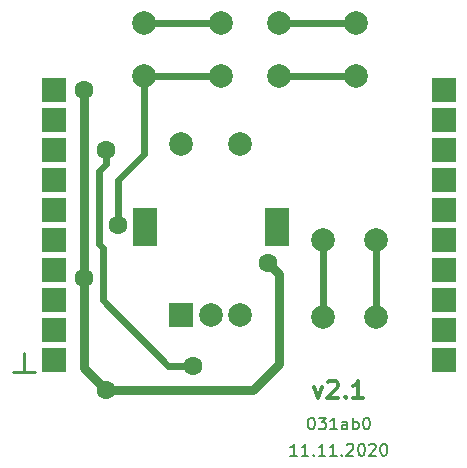
<source format=gbr>
G04 #@! TF.GenerationSoftware,KiCad,Pcbnew,(5.1.8)-1*
G04 #@! TF.CreationDate,2020-11-12T00:03:28+03:00*
G04 #@! TF.ProjectId,valc,76616c63-2e6b-4696-9361-645f70636258,rev?*
G04 #@! TF.SameCoordinates,Original*
G04 #@! TF.FileFunction,Copper,L1,Top*
G04 #@! TF.FilePolarity,Positive*
%FSLAX46Y46*%
G04 Gerber Fmt 4.6, Leading zero omitted, Abs format (unit mm)*
G04 Created by KiCad (PCBNEW (5.1.8)-1) date 2020-11-12 00:03:28*
%MOMM*%
%LPD*%
G01*
G04 APERTURE LIST*
G04 #@! TA.AperFunction,NonConductor*
%ADD10C,0.200000*%
G04 #@! TD*
G04 #@! TA.AperFunction,NonConductor*
%ADD11C,0.300000*%
G04 #@! TD*
G04 #@! TA.AperFunction,ComponentPad*
%ADD12R,2.000000X2.000000*%
G04 #@! TD*
G04 #@! TA.AperFunction,ComponentPad*
%ADD13C,2.000000*%
G04 #@! TD*
G04 #@! TA.AperFunction,ComponentPad*
%ADD14R,2.000000X3.200000*%
G04 #@! TD*
G04 #@! TA.AperFunction,ViaPad*
%ADD15C,1.600000*%
G04 #@! TD*
G04 #@! TA.AperFunction,Conductor*
%ADD16C,0.250000*%
G04 #@! TD*
G04 #@! TA.AperFunction,Conductor*
%ADD17C,0.600000*%
G04 #@! TD*
G04 #@! TA.AperFunction,Conductor*
%ADD18C,0.800000*%
G04 #@! TD*
G04 APERTURE END LIST*
D10*
X106966190Y-77922380D02*
X106394761Y-77922380D01*
X106680476Y-77922380D02*
X106680476Y-76922380D01*
X106585238Y-77065238D01*
X106490000Y-77160476D01*
X106394761Y-77208095D01*
X107918571Y-77922380D02*
X107347142Y-77922380D01*
X107632857Y-77922380D02*
X107632857Y-76922380D01*
X107537619Y-77065238D01*
X107442380Y-77160476D01*
X107347142Y-77208095D01*
X108347142Y-77827142D02*
X108394761Y-77874761D01*
X108347142Y-77922380D01*
X108299523Y-77874761D01*
X108347142Y-77827142D01*
X108347142Y-77922380D01*
X109347142Y-77922380D02*
X108775714Y-77922380D01*
X109061428Y-77922380D02*
X109061428Y-76922380D01*
X108966190Y-77065238D01*
X108870952Y-77160476D01*
X108775714Y-77208095D01*
X110299523Y-77922380D02*
X109728095Y-77922380D01*
X110013809Y-77922380D02*
X110013809Y-76922380D01*
X109918571Y-77065238D01*
X109823333Y-77160476D01*
X109728095Y-77208095D01*
X110728095Y-77827142D02*
X110775714Y-77874761D01*
X110728095Y-77922380D01*
X110680476Y-77874761D01*
X110728095Y-77827142D01*
X110728095Y-77922380D01*
X111156666Y-77017619D02*
X111204285Y-76970000D01*
X111299523Y-76922380D01*
X111537619Y-76922380D01*
X111632857Y-76970000D01*
X111680476Y-77017619D01*
X111728095Y-77112857D01*
X111728095Y-77208095D01*
X111680476Y-77350952D01*
X111109047Y-77922380D01*
X111728095Y-77922380D01*
X112347142Y-76922380D02*
X112442380Y-76922380D01*
X112537619Y-76970000D01*
X112585238Y-77017619D01*
X112632857Y-77112857D01*
X112680476Y-77303333D01*
X112680476Y-77541428D01*
X112632857Y-77731904D01*
X112585238Y-77827142D01*
X112537619Y-77874761D01*
X112442380Y-77922380D01*
X112347142Y-77922380D01*
X112251904Y-77874761D01*
X112204285Y-77827142D01*
X112156666Y-77731904D01*
X112109047Y-77541428D01*
X112109047Y-77303333D01*
X112156666Y-77112857D01*
X112204285Y-77017619D01*
X112251904Y-76970000D01*
X112347142Y-76922380D01*
X113061428Y-77017619D02*
X113109047Y-76970000D01*
X113204285Y-76922380D01*
X113442380Y-76922380D01*
X113537619Y-76970000D01*
X113585238Y-77017619D01*
X113632857Y-77112857D01*
X113632857Y-77208095D01*
X113585238Y-77350952D01*
X113013809Y-77922380D01*
X113632857Y-77922380D01*
X114251904Y-76922380D02*
X114347142Y-76922380D01*
X114442380Y-76970000D01*
X114490000Y-77017619D01*
X114537619Y-77112857D01*
X114585238Y-77303333D01*
X114585238Y-77541428D01*
X114537619Y-77731904D01*
X114490000Y-77827142D01*
X114442380Y-77874761D01*
X114347142Y-77922380D01*
X114251904Y-77922380D01*
X114156666Y-77874761D01*
X114109047Y-77827142D01*
X114061428Y-77731904D01*
X114013809Y-77541428D01*
X114013809Y-77303333D01*
X114061428Y-77112857D01*
X114109047Y-77017619D01*
X114156666Y-76970000D01*
X114251904Y-76922380D01*
X108109047Y-74699880D02*
X108204285Y-74699880D01*
X108299523Y-74747500D01*
X108347142Y-74795119D01*
X108394761Y-74890357D01*
X108442380Y-75080833D01*
X108442380Y-75318928D01*
X108394761Y-75509404D01*
X108347142Y-75604642D01*
X108299523Y-75652261D01*
X108204285Y-75699880D01*
X108109047Y-75699880D01*
X108013809Y-75652261D01*
X107966190Y-75604642D01*
X107918571Y-75509404D01*
X107870952Y-75318928D01*
X107870952Y-75080833D01*
X107918571Y-74890357D01*
X107966190Y-74795119D01*
X108013809Y-74747500D01*
X108109047Y-74699880D01*
X108775714Y-74699880D02*
X109394761Y-74699880D01*
X109061428Y-75080833D01*
X109204285Y-75080833D01*
X109299523Y-75128452D01*
X109347142Y-75176071D01*
X109394761Y-75271309D01*
X109394761Y-75509404D01*
X109347142Y-75604642D01*
X109299523Y-75652261D01*
X109204285Y-75699880D01*
X108918571Y-75699880D01*
X108823333Y-75652261D01*
X108775714Y-75604642D01*
X110347142Y-75699880D02*
X109775714Y-75699880D01*
X110061428Y-75699880D02*
X110061428Y-74699880D01*
X109966190Y-74842738D01*
X109870952Y-74937976D01*
X109775714Y-74985595D01*
X111204285Y-75699880D02*
X111204285Y-75176071D01*
X111156666Y-75080833D01*
X111061428Y-75033214D01*
X110870952Y-75033214D01*
X110775714Y-75080833D01*
X111204285Y-75652261D02*
X111109047Y-75699880D01*
X110870952Y-75699880D01*
X110775714Y-75652261D01*
X110728095Y-75557023D01*
X110728095Y-75461785D01*
X110775714Y-75366547D01*
X110870952Y-75318928D01*
X111109047Y-75318928D01*
X111204285Y-75271309D01*
X111680476Y-75699880D02*
X111680476Y-74699880D01*
X111680476Y-75080833D02*
X111775714Y-75033214D01*
X111966190Y-75033214D01*
X112061428Y-75080833D01*
X112109047Y-75128452D01*
X112156666Y-75223690D01*
X112156666Y-75509404D01*
X112109047Y-75604642D01*
X112061428Y-75652261D01*
X111966190Y-75699880D01*
X111775714Y-75699880D01*
X111680476Y-75652261D01*
X112775714Y-74699880D02*
X112870952Y-74699880D01*
X112966190Y-74747500D01*
X113013809Y-74795119D01*
X113061428Y-74890357D01*
X113109047Y-75080833D01*
X113109047Y-75318928D01*
X113061428Y-75509404D01*
X113013809Y-75604642D01*
X112966190Y-75652261D01*
X112870952Y-75699880D01*
X112775714Y-75699880D01*
X112680476Y-75652261D01*
X112632857Y-75604642D01*
X112585238Y-75509404D01*
X112537619Y-75318928D01*
X112537619Y-75080833D01*
X112585238Y-74890357D01*
X112632857Y-74795119D01*
X112680476Y-74747500D01*
X112775714Y-74699880D01*
D11*
X108347142Y-72068571D02*
X108704285Y-73068571D01*
X109061428Y-72068571D01*
X109561428Y-71711428D02*
X109632857Y-71640000D01*
X109775714Y-71568571D01*
X110132857Y-71568571D01*
X110275714Y-71640000D01*
X110347142Y-71711428D01*
X110418571Y-71854285D01*
X110418571Y-71997142D01*
X110347142Y-72211428D01*
X109490000Y-73068571D01*
X110418571Y-73068571D01*
X111061428Y-72925714D02*
X111132857Y-72997142D01*
X111061428Y-73068571D01*
X110990000Y-72997142D01*
X111061428Y-72925714D01*
X111061428Y-73068571D01*
X112561428Y-73068571D02*
X111704285Y-73068571D01*
X112132857Y-73068571D02*
X112132857Y-71568571D01*
X111990000Y-71782857D01*
X111847142Y-71925714D01*
X111704285Y-71997142D01*
D12*
X97155000Y-66040000D03*
D13*
X99655000Y-66040000D03*
X102155000Y-66040000D03*
D14*
X94055000Y-58540000D03*
X105255000Y-58540000D03*
D13*
X97155000Y-51540000D03*
X102155000Y-51540000D03*
X111910000Y-41275000D03*
X111910000Y-45775000D03*
X105410000Y-41275000D03*
X105410000Y-45775000D03*
X113665000Y-66190000D03*
X109165000Y-66190000D03*
X113665000Y-59690000D03*
X109165000Y-59690000D03*
X100480000Y-41275000D03*
X100480000Y-45775000D03*
X93980000Y-41275000D03*
X93980000Y-45775000D03*
D12*
X119380000Y-69850000D03*
X119380000Y-67310000D03*
X119380000Y-64770000D03*
X119380000Y-62230000D03*
X119380000Y-59690000D03*
X119380000Y-57150000D03*
X119380000Y-54610000D03*
X119380000Y-52070000D03*
X119380000Y-49530000D03*
X119380000Y-46990000D03*
X86360000Y-49530000D03*
X86360000Y-52070000D03*
X86360000Y-54610000D03*
X86360000Y-57150000D03*
X86360000Y-59690000D03*
X86360000Y-62230000D03*
X86360000Y-64770000D03*
X86360000Y-67310000D03*
X86360000Y-46990000D03*
X86360000Y-69850000D03*
D15*
X98100000Y-70300000D03*
X90805000Y-52070000D03*
X104457500Y-61595000D03*
X88900000Y-46990000D03*
X90805000Y-72390000D03*
X88900000Y-62865000D03*
X91757500Y-58420000D03*
D16*
X83820000Y-70802500D02*
X83820000Y-69215000D01*
X82867500Y-70802500D02*
X83820000Y-70802500D01*
X83820000Y-70802500D02*
X84772500Y-70802500D01*
D17*
X90805000Y-53201370D02*
X90805000Y-52070000D01*
X90170000Y-60007500D02*
X90170000Y-53836370D01*
X90487500Y-60325000D02*
X90170000Y-60007500D01*
X90170000Y-53836370D02*
X90805000Y-53201370D01*
X90487500Y-64770000D02*
X90487500Y-60325000D01*
X96017500Y-70300000D02*
X90487500Y-64770000D01*
X98100000Y-70300000D02*
X96017500Y-70300000D01*
D18*
X88900000Y-46990000D02*
X88900000Y-48121370D01*
X88900000Y-48121370D02*
X88900000Y-61595000D01*
X88900000Y-70485000D02*
X90805000Y-72390000D01*
X90805000Y-72390000D02*
X90805000Y-72390000D01*
X88900000Y-61595000D02*
X88900000Y-70485000D01*
X104457500Y-61595000D02*
X105410000Y-62547500D01*
X105410000Y-62547500D02*
X105410000Y-70167500D01*
X103187500Y-72390000D02*
X90805000Y-72390000D01*
X105410000Y-70167500D02*
X103187500Y-72390000D01*
D17*
X105410000Y-41275000D02*
X111910000Y-41275000D01*
X93980000Y-41275000D02*
X100480000Y-41275000D01*
X113665000Y-59690000D02*
X113665000Y-66190000D01*
X93980000Y-52387500D02*
X93980000Y-45775000D01*
X91757500Y-58420000D02*
X91757500Y-54610000D01*
X91757500Y-54610000D02*
X93980000Y-52387500D01*
X105410000Y-45775000D02*
X111910000Y-45775000D01*
X93980000Y-45775000D02*
X100480000Y-45775000D01*
X109165000Y-59690000D02*
X109165000Y-66190000D01*
M02*

</source>
